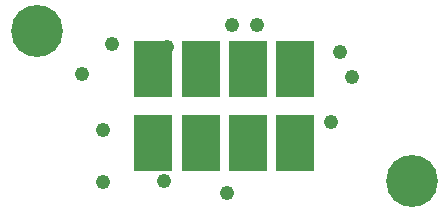
<source format=gbs>
%FSLAX25Y25*%
%MOIN*%
G70*
G01*
G75*
G04 Layer_Color=48896*
%ADD10R,0.08000X0.05000*%
%ADD11R,0.05906X0.03937*%
%ADD12C,0.02500*%
%ADD13C,0.16500*%
%ADD14C,0.04000*%
%ADD15R,0.12205X0.17716*%
%ADD16C,0.01000*%
%ADD17R,0.07000X0.04000*%
%ADD18R,0.04906X0.02937*%
%ADD19R,0.11205X0.16716*%
%ADD20R,0.08800X0.05800*%
%ADD21R,0.06706X0.04737*%
%ADD22C,0.17300*%
%ADD23C,0.04800*%
%ADD24R,0.13005X0.18517*%
D22*
X512500Y587500D02*
D03*
X637500Y537500D02*
D03*
D23*
X556000Y582000D02*
D03*
X586021Y589598D02*
D03*
X537500Y583000D02*
D03*
X527500Y573000D02*
D03*
X555000Y537500D02*
D03*
X534500Y537000D02*
D03*
Y554500D02*
D03*
X576000Y533500D02*
D03*
X610500Y557100D02*
D03*
X577500Y589400D02*
D03*
X617500Y572000D02*
D03*
X613701Y580500D02*
D03*
X565500Y567900D02*
D03*
D24*
X598700Y550300D02*
D03*
X582952D02*
D03*
X567204D02*
D03*
X598700Y574906D02*
D03*
X582952D02*
D03*
X567204D02*
D03*
X551456Y550300D02*
D03*
Y574906D02*
D03*
M02*

</source>
